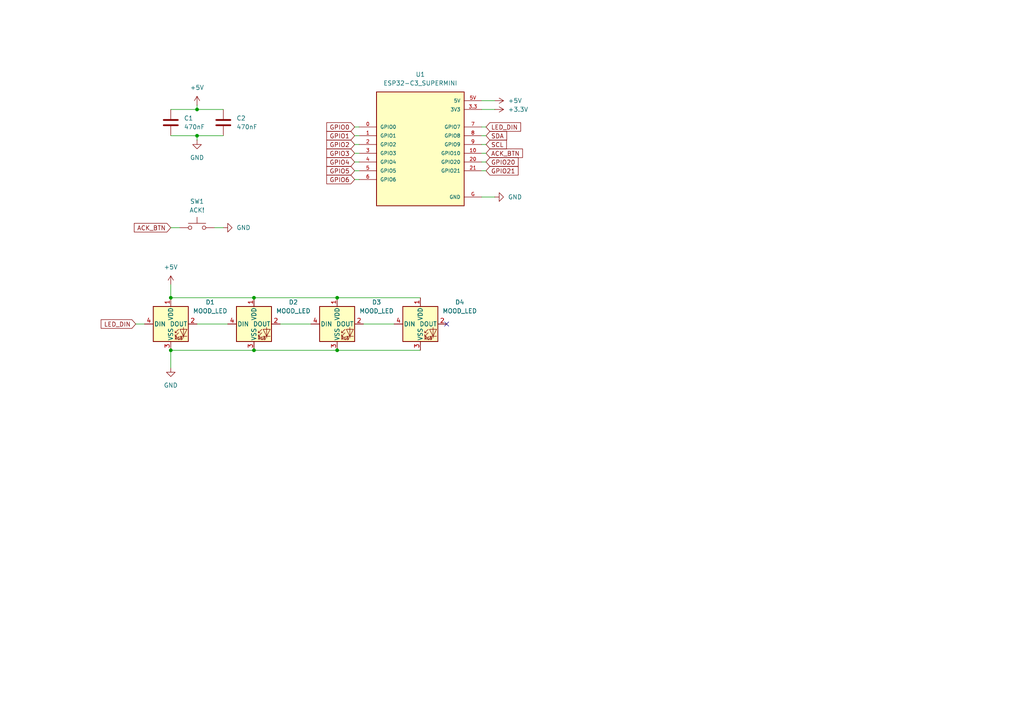
<source format=kicad_sch>
(kicad_sch (version 20231120) (generator "eeschema") (generator_version "8.0")
  (paper "A4")
  (lib_symbols
    (symbol "Device:C" (pin_numbers hide) (pin_names (offset 0.254))
      (property "Reference" "C" (at 0.635 2.54 0))
      (property "Value" "C" (at 0.635 -2.54 0))
      (symbol "C_0_1"
        (polyline (pts (xy -2.032 -0.762) (xy 2.032 -0.762)) (stroke (width 0.508)))
        (polyline (pts (xy -2.032 0.762) (xy 2.032 0.762)) (stroke (width 0.508)))
      )
      (symbol "C_1_1"
        (pin passive line (at 0 3.81 270) (length 2.794) (name "~") (number "1"))
        (pin passive line (at 0 -3.81 90) (length 2.794) (name "~") (number "2"))
      )
    )
    (symbol "ESP32-C3_SUPERMINI:ESP32-C3_SUPERMINI" (pin_names (offset 1.016))
      (property "Reference" "U" (at -12.7 16.002 0))
      (property "Value" "ESP32-C3_SUPERMINI" (at -12.7 -20.32 0))
      (symbol "ESP32-C3_SUPERMINI_0_0"
        (rectangle (start -12.7 -17.78) (end 12.7 15.24) (stroke (width 0.254)) (fill (type background)))
        (pin bidirectional line (at -17.78 5.08 0) (length 5.08) (name "GPIO0") (number "0"))
        (pin bidirectional line (at -17.78 2.54 0) (length 5.08) (name "GPIO1") (number "1"))
        (pin bidirectional line (at 17.78 -2.54 180) (length 5.08) (name "GPIO10") (number "10"))
        (pin bidirectional line (at -17.78 0 0) (length 5.08) (name "GPIO2") (number "2"))
        (pin bidirectional line (at 17.78 -5.08 180) (length 5.08) (name "GPIO20") (number "20"))
        (pin bidirectional line (at 17.78 -7.62 180) (length 5.08) (name "GPIO21") (number "21"))
        (pin bidirectional line (at -17.78 -2.54 0) (length 5.08) (name "GPIO3") (number "3"))
        (pin power_in line (at 17.78 10.16 180) (length 5.08) (name "3V3") (number "3.3"))
        (pin bidirectional line (at -17.78 -5.08 0) (length 5.08) (name "GPIO4") (number "4"))
        (pin bidirectional line (at -17.78 -7.62 0) (length 5.08) (name "GPIO5") (number "5"))
        (pin power_in line (at 17.78 12.7 180) (length 5.08) (name "5V") (number "5V"))
        (pin bidirectional line (at -17.78 -10.16 0) (length 5.08) (name "GPIO6") (number "6"))
        (pin bidirectional line (at 17.78 5.08 180) (length 5.08) (name "GPIO7") (number "7"))
        (pin bidirectional line (at 17.78 2.54 180) (length 5.08) (name "GPIO8") (number "8"))
        (pin bidirectional line (at 17.78 0 180) (length 5.08) (name "GPIO9") (number "9"))
        (pin power_in line (at 17.78 -15.24 180) (length 5.08) (name "GND") (number "G"))
      )
    )
    (symbol "LED:WS2812B" (pin_names (offset 0.254))
      (property "Reference" "D" (at 5.08 5.715 0))
      (property "Value" "WS2812B" (at 1.27 -5.715 0))
      (symbol "WS2812B_0_0"
        (text "RGB" (at 2.286 -4.191 0) (effects (font (size 0.762 0.762))))
      )
      (symbol "WS2812B_0_1"
        (polyline (pts (xy 1.27 -3.556) (xy 1.778 -3.556)))
        (polyline (pts (xy 1.27 -2.54) (xy 1.778 -2.54)))
        (polyline (pts (xy 4.699 -3.556) (xy 2.667 -3.556)))
        (polyline (pts (xy 2.286 -2.54) (xy 1.27 -3.556) (xy 1.27 -3.048)))
        (polyline (pts (xy 2.286 -1.524) (xy 1.27 -2.54) (xy 1.27 -2.032)))
        (polyline (pts (xy 3.683 -1.016) (xy 3.683 -3.556) (xy 3.683 -4.064)))
        (polyline (pts (xy 4.699 -1.524) (xy 2.667 -1.524) (xy 3.683 -3.556) (xy 4.699 -1.524)))
        (rectangle (start 5.08 5.08) (end -5.08 -5.08) (stroke (width 0.254)) (fill (type background)))
      )
      (symbol "WS2812B_1_1"
        (pin power_in line (at 0 7.62 270) (length 2.54) (name "VDD") (number "1"))
        (pin output line (at 7.62 0 180) (length 2.54) (name "DOUT") (number "2"))
        (pin power_in line (at 0 -7.62 90) (length 2.54) (name "VSS") (number "3"))
        (pin input line (at -7.62 0 0) (length 2.54) (name "DIN") (number "4"))
      )
    )
    (symbol "Switch:SW_Push" (pin_numbers hide) (pin_names (offset 1.016) hide)
      (property "Reference" "SW" (at 1.27 2.54 0))
      (property "Value" "SW_Push" (at 0 -1.524 0))
      (symbol "SW_Push_0_1"
        (circle (center -2.032 0) (radius 0.508))
        (polyline (pts (xy 0 1.27) (xy 0 3.048)))
        (polyline (pts (xy 2.54 1.27) (xy -2.54 1.27)))
        (circle (center 2.032 0) (radius 0.508))
        (pin passive line (at -5.08 0 0) (length 2.54) (name "1") (number "1"))
        (pin passive line (at 5.08 0 180) (length 2.54) (name "2") (number "2"))
      )
    )
    (symbol "power:+3.3V" (power) (pin_numbers hide) (pin_names (offset 0) hide)
      (property "Value" "+3.3V" (at 0 3.556 0))
      (symbol "+3.3V_0_1"
        (polyline (pts (xy -0.762 1.27) (xy 0 2.54)))
        (polyline (pts (xy 0 0) (xy 0 2.54)))
        (polyline (pts (xy 0 2.54) (xy 0.762 1.27)))
      )
      (symbol "+3.3V_1_1"
        (pin power_in line (at 0 0 90) (length 0) (name "~") (number "1"))
      )
    )
    (symbol "power:+5V" (power) (pin_numbers hide) (pin_names (offset 0) hide)
      (property "Value" "+5V" (at 0 3.556 0))
      (symbol "+5V_0_1"
        (polyline (pts (xy -0.762 1.27) (xy 0 2.54)))
        (polyline (pts (xy 0 0) (xy 0 2.54)))
        (polyline (pts (xy 0 2.54) (xy 0.762 1.27)))
      )
      (symbol "+5V_1_1"
        (pin power_in line (at 0 0 90) (length 0) (name "~") (number "1"))
      )
    )
    (symbol "power:GND" (power) (pin_numbers hide) (pin_names (offset 0) hide)
      (property "Value" "GND" (at 0 -3.81 0))
      (symbol "GND_0_1"
        (polyline (pts (xy 0 0) (xy 0 -1.27) (xy 1.27 -1.27) (xy 0 -2.54) (xy -1.27 -1.27) (xy 0 -1.27)))
      )
      (symbol "GND_1_1"
        (pin power_in line (at 0 0 270) (length 0) (name "~") (number "1"))
      )
    )
  )
  (junction (at 73.66 101.6))
  (junction (at 57.15 39.37))
  (junction (at 73.66 86.36))
  (junction (at 49.53 101.6))
  (junction (at 49.53 86.36))
  (junction (at 97.79 86.36))
  (junction (at 57.15 31.75))
  (junction (at 97.79 101.6))
  (no_connect (at 129.54 93.98))
  (wire (pts (xy 81.28 93.98) (xy 90.17 93.98)))
  (wire (pts (xy 49.53 101.6) (xy 73.66 101.6)))
  (wire (pts (xy 97.79 86.36) (xy 121.92 86.36)))
  (wire (pts (xy 140.97 44.45) (xy 139.7 44.45)))
  (wire (pts (xy 49.53 86.36) (xy 73.66 86.36)))
  (wire (pts (xy 73.66 86.36) (xy 97.79 86.36)))
  (wire (pts (xy 57.15 40.64) (xy 57.15 39.37)))
  (wire (pts (xy 140.97 36.83) (xy 139.7 36.83)))
  (wire (pts (xy 57.15 39.37) (xy 64.77 39.37)))
  (wire (pts (xy 139.7 41.91) (xy 140.97 41.91)))
  (wire (pts (xy 102.87 41.91) (xy 104.14 41.91)))
  (wire (pts (xy 49.53 106.68) (xy 49.53 101.6)))
  (wire (pts (xy 143.51 57.15) (xy 139.7 57.15)))
  (wire (pts (xy 102.87 52.07) (xy 104.14 52.07)))
  (wire (pts (xy 57.15 30.48) (xy 57.15 31.75)))
  (wire (pts (xy 57.15 31.75) (xy 49.53 31.75)))
  (wire (pts (xy 139.7 49.53) (xy 140.97 49.53)))
  (wire (pts (xy 139.7 31.75) (xy 143.51 31.75)))
  (wire (pts (xy 73.66 101.6) (xy 97.79 101.6)))
  (wire (pts (xy 49.53 39.37) (xy 57.15 39.37)))
  (wire (pts (xy 102.87 44.45) (xy 104.14 44.45)))
  (wire (pts (xy 57.15 31.75) (xy 64.77 31.75)))
  (wire (pts (xy 97.79 101.6) (xy 121.92 101.6)))
  (wire (pts (xy 140.97 46.99) (xy 139.7 46.99)))
  (wire (pts (xy 39.37 93.98) (xy 41.91 93.98)))
  (wire (pts (xy 102.87 49.53) (xy 104.14 49.53)))
  (wire (pts (xy 102.87 36.83) (xy 104.14 36.83)))
  (wire (pts (xy 62.23 66.04) (xy 64.77 66.04)))
  (wire (pts (xy 102.87 39.37) (xy 104.14 39.37)))
  (wire (pts (xy 49.53 82.55) (xy 49.53 86.36)))
  (wire (pts (xy 57.15 93.98) (xy 66.04 93.98)))
  (wire (pts (xy 139.7 39.37) (xy 140.97 39.37)))
  (wire (pts (xy 49.53 66.04) (xy 52.07 66.04)))
  (wire (pts (xy 102.87 46.99) (xy 104.14 46.99)))
  (wire (pts (xy 143.51 29.21) (xy 139.7 29.21)))
  (wire (pts (xy 105.41 93.98) (xy 114.3 93.98)))
  (global_label "LED_DIN" (shape input) (at 140.97 36.83 0) (property "Intersheetrefs" "${INTERSHEET_REFS}" (effects (hide yes))))
  (global_label "SDA" (shape input) (at 140.97 39.37 0) (property "Intersheetrefs" "${INTERSHEET_REFS}" (effects (hide yes))))
  (global_label "GPIO4" (shape input) (at 102.87 46.99 180) (property "Intersheetrefs" "${INTERSHEET_REFS}" (effects (hide yes))))
  (global_label "GPIO6" (shape input) (at 102.87 52.07 180) (property "Intersheetrefs" "${INTERSHEET_REFS}" (effects (hide yes))))
  (global_label "GPIO2" (shape input) (at 102.87 41.91 180) (property "Intersheetrefs" "${INTERSHEET_REFS}" (effects (hide yes))))
  (global_label "LED_DIN" (shape input) (at 39.37 93.98 180) (property "Intersheetrefs" "${INTERSHEET_REFS}" (effects (hide yes))))
  (global_label "GPIO20" (shape input) (at 140.97 46.99 0) (property "Intersheetrefs" "${INTERSHEET_REFS}" (effects (hide yes))))
  (global_label "ACK_BTN" (shape input) (at 140.97 44.45 0) (property "Intersheetrefs" "${INTERSHEET_REFS}" (effects (hide yes))))
  (global_label "ACK_BTN" (shape input) (at 49.53 66.04 180) (property "Intersheetrefs" "${INTERSHEET_REFS}" (effects (hide yes))))
  (global_label "GPIO5" (shape input) (at 102.87 49.53 180) (property "Intersheetrefs" "${INTERSHEET_REFS}" (effects (hide yes))))
  (global_label "GPIO3" (shape input) (at 102.87 44.45 180) (property "Intersheetrefs" "${INTERSHEET_REFS}" (effects (hide yes))))
  (global_label "GPIO0" (shape input) (at 102.87 36.83 180) (property "Intersheetrefs" "${INTERSHEET_REFS}" (effects (hide yes))))
  (global_label "SCL" (shape input) (at 140.97 41.91 0) (property "Intersheetrefs" "${INTERSHEET_REFS}" (effects (hide yes))))
  (global_label "GPIO21" (shape input) (at 140.97 49.53 0) (property "Intersheetrefs" "${INTERSHEET_REFS}" (effects (hide yes))))
  (global_label "GPIO1" (shape input) (at 102.87 39.37 180) (property "Intersheetrefs" "${INTERSHEET_REFS}" (effects (hide yes))))
  (symbol (lib_id "LED:WS2812B") (at 97.79 93.98 0) (unit 1)
    (property "Reference" "D3" (at 109.22 87.6614 0))
    (property "Value" "MOOD_LED" (at 109.22 90.2014 0))
    (property "Footprint" "LED_SMD:LED_WS2812B_PLCC4_5.0x5.0mm_P3.2mm" (effects (hide yes)))
    (property "Datasheet" "https://cdn-shop.adafruit.com/datasheets/WS2812B.pdf" (effects (hide yes)))
    (property "Description" "RGB LED with integrated controller" (effects (hide yes)))
  )
  (symbol (lib_id "power:+5V") (at 49.53 82.55 0) (unit 1)
    (property "Reference" "#PWR05" (effects (hide yes)))
    (property "Value" "+5V" (at 49.53 77.47 0))
    (property "Description" "Power symbol creates a global label with name \"+5V\"" (effects (hide yes)))
  )
  (symbol (lib_id "Switch:SW_Push") (at 57.15 66.04 0) (unit 1)
    (property "Reference" "SW1" (at 57.15 58.42 0))
    (property "Value" "ACK!" (at 57.15 60.96 0))
    (property "Footprint" "Button_Switch_SMD:SW_SPST_Omron_B3FS-100xP" (effects (hide yes)))
    (property "Description" "Push button switch, generic, two pins" (effects (hide yes)))
  )
  (symbol (lib_id "power:+5V") (at 57.15 30.48 0) (unit 1)
    (property "Reference" "#PWR01" (effects (hide yes)))
    (property "Value" "+5V" (at 57.15 25.4 0))
    (property "Description" "Power symbol creates a global label with name \"+5V\"" (effects (hide yes)))
  )
  (symbol (lib_id "ESP32-C3_SUPERMINI:ESP32-C3_SUPERMINI") (at 121.92 41.91 0) (unit 1)
    (property "Reference" "U1" (at 121.92 21.59 0))
    (property "Value" "ESP32-C3_SUPERMINI" (at 121.92 24.13 0))
    (property "Footprint" "footprint:MODULE_ESP32-C3_SUPERMINI" (effects (hide yes)))
    (property "MF" "Espressif Systems" (effects (hide yes)))
    (property "MAXIMUM_PACKAGE_HEIGHT" "4.2mm" (effects (hide yes)))
    (property "Package" "Package" (effects (hide yes)))
    (property "Price" "None" (effects (hide yes)))
    (property "Check_prices" "https://www.snapeda.com/parts/ESP32-C3%20SuperMini_TH/Espressif+Systems/view-part/?ref=eda" (effects (hide yes)))
    (property "STANDARD" "Manufacturer Recommendations" (effects (hide yes)))
    (property "SnapEDA_Link" "https://www.snapeda.com/parts/ESP32-C3%20SuperMini_TH/Espressif+Systems/view-part/?ref=snap" (effects (hide yes)))
    (property "MP" "ESP32-C3 SuperMini_TH" (effects (hide yes)))
    (property "Description_1" "\n                        \n                            Super tiny ESP32-C3 board\n                        \n" (effects (hide yes)))
    (property "Availability" "Not in stock" (effects (hide yes)))
    (property "MANUFACTURER" "Espressif" (effects (hide yes)))
  )
  (symbol (lib_id "power:GND") (at 49.53 106.68 0) (unit 1)
    (property "Reference" "#PWR06" (effects (hide yes)))
    (property "Value" "GND" (at 49.53 111.76 0))
    (property "Description" "Power symbol creates a global label with name \"GND\" , ground" (effects (hide yes)))
  )
  (symbol (lib_id "Device:C") (at 64.77 35.56 0) (unit 1)
    (property "Reference" "C2" (at 68.58 34.2899 0) (effects (justify left)))
    (property "Value" "470nF" (at 68.58 36.8299 0) (effects (justify left)))
    (property "Footprint" "Capacitor_SMD:C_0805_2012Metric_Pad1.18x1.45mm_HandSolder" (effects (hide yes)))
    (property "Description" "Unpolarized capacitor" (effects (hide yes)))
  )
  (symbol (lib_id "power:GND") (at 143.51 57.15 90) (unit 1)
    (property "Reference" "#PWR04" (effects (hide yes)))
    (property "Value" "GND" (at 147.32 57.1499 90) (effects (justify right)))
    (property "Description" "Power symbol creates a global label with name \"GND\" , ground" (effects (hide yes)))
  )
  (symbol (lib_id "power:+3.3V") (at 143.51 31.75 270) (unit 1)
    (property "Reference" "#PWR011" (effects (hide yes)))
    (property "Value" "+3.3V" (at 147.32 31.7499 90) (effects (justify left)))
    (property "Description" "Power symbol creates a global label with name \"+3.3V\"" (effects (hide yes)))
  )
  (symbol (lib_id "Device:C") (at 49.53 35.56 0) (unit 1)
    (property "Reference" "C1" (at 53.34 34.2899 0) (effects (justify left)))
    (property "Value" "470nF" (at 53.34 36.8299 0) (effects (justify left)))
    (property "Footprint" "Capacitor_SMD:C_0805_2012Metric_Pad1.18x1.45mm_HandSolder" (effects (hide yes)))
    (property "Description" "Unpolarized capacitor" (effects (hide yes)))
  )
  (symbol (lib_id "LED:WS2812B") (at 73.66 93.98 0) (unit 1)
    (property "Reference" "D2" (at 85.09 87.6614 0))
    (property "Value" "MOOD_LED" (at 85.09 90.2014 0))
    (property "Footprint" "LED_SMD:LED_WS2812B_PLCC4_5.0x5.0mm_P3.2mm" (effects (hide yes)))
    (property "Datasheet" "https://cdn-shop.adafruit.com/datasheets/WS2812B.pdf" (effects (hide yes)))
    (property "Description" "RGB LED with integrated controller" (effects (hide yes)))
  )
  (symbol (lib_id "LED:WS2812B") (at 49.53 93.98 0) (unit 1)
    (property "Reference" "D1" (at 60.96 87.6614 0))
    (property "Value" "MOOD_LED" (at 60.96 90.2014 0))
    (property "Footprint" "LED_SMD:LED_WS2812B_PLCC4_5.0x5.0mm_P3.2mm" (effects (hide yes)))
    (property "Datasheet" "https://cdn-shop.adafruit.com/datasheets/WS2812B.pdf" (effects (hide yes)))
    (property "Description" "RGB LED with integrated controller" (effects (hide yes)))
  )
  (symbol (lib_id "power:GND") (at 57.15 40.64 0) (unit 1)
    (property "Reference" "#PWR02" (effects (hide yes)))
    (property "Value" "GND" (at 57.15 45.72 0))
    (property "Description" "Power symbol creates a global label with name \"GND\" , ground" (effects (hide yes)))
  )
  (symbol (lib_id "LED:WS2812B") (at 121.92 93.98 0) (unit 1)
    (property "Reference" "D4" (at 133.35 87.6614 0))
    (property "Value" "MOOD_LED" (at 133.35 90.2014 0))
    (property "Footprint" "LED_SMD:LED_WS2812B_PLCC4_5.0x5.0mm_P3.2mm" (effects (hide yes)))
    (property "Datasheet" "https://cdn-shop.adafruit.com/datasheets/WS2812B.pdf" (effects (hide yes)))
    (property "Description" "RGB LED with integrated controller" (effects (hide yes)))
  )
  (symbol (lib_id "power:+5V") (at 143.51 29.21 270) (unit 1)
    (property "Reference" "#PWR03" (effects (hide yes)))
    (property "Value" "+5V" (at 147.32 29.2099 90) (effects (justify left)))
    (property "Description" "Power symbol creates a global label with name \"+5V\"" (effects (hide yes)))
  )
  (symbol (lib_id "power:GND") (at 64.77 66.04 90) (unit 1)
    (property "Reference" "#PWR07" (effects (hide yes)))
    (property "Value" "GND" (at 68.58 66.0399 90) (effects (justify right)))
    (property "Description" "Power symbol creates a global label with name \"GND\" , ground" (effects (hide yes)))
  )
)
</source>
